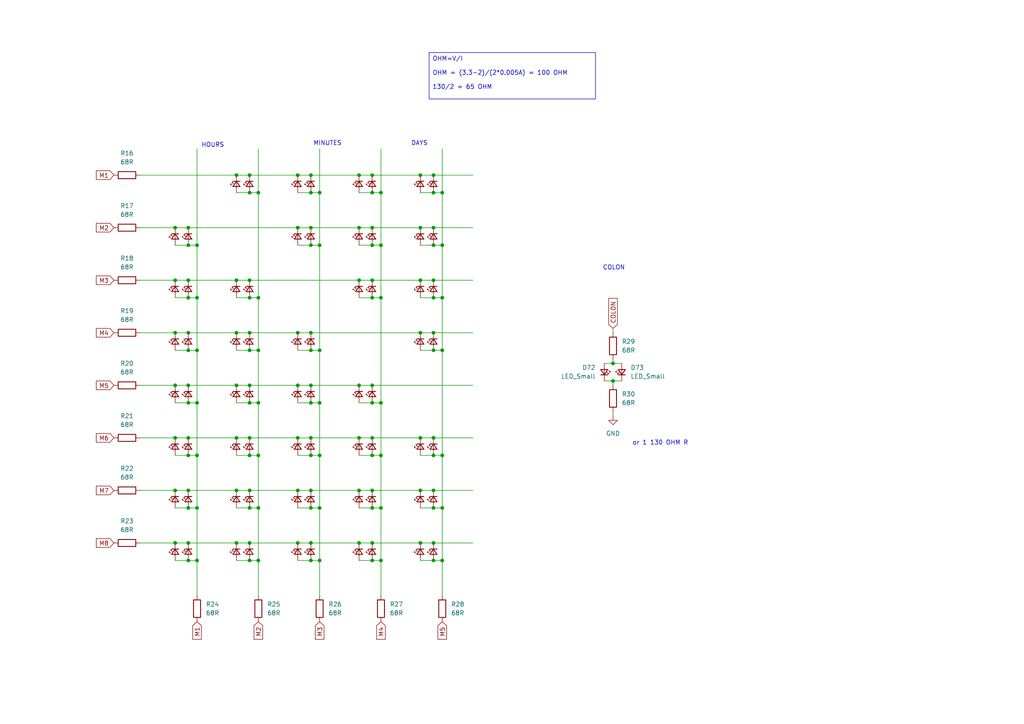
<source format=kicad_sch>
(kicad_sch (version 20231120) (generator "eeschema") (generator_version "8.0")
  (paper "A4")
  (lib_symbols
    (symbol "Device:LED_Small" (pin_numbers hide) (pin_names (offset 0.254) hide)
      (property "Reference" "D" (at -1.27 3.175 0))
      (property "Value" "LED_Small" (at -4.445 -2.54 0))
      (symbol "LED_Small_0_1"
        (polyline (pts (xy -0.762 -1.016) (xy -0.762 1.016)) (stroke (width 0.254)))
        (polyline (pts (xy 1.016 0) (xy -0.762 0)))
        (polyline (pts (xy 0.762 -1.016) (xy -0.762 0) (xy 0.762 1.016) (xy 0.762 -1.016)) (stroke (width 0.254)))
        (polyline (pts (xy 0 0.762) (xy -0.508 1.27) (xy -0.254 1.27) (xy -0.508 1.27) (xy -0.508 1.016)))
        (polyline (pts (xy 0.508 1.27) (xy 0 1.778) (xy 0.254 1.778) (xy 0 1.778) (xy 0 1.524)))
      )
      (symbol "LED_Small_1_1"
        (pin passive line (at -2.54 0 0) (length 1.778) (name "K") (number "1"))
        (pin passive line (at 2.54 0 180) (length 1.778) (name "A") (number "2"))
      )
    )
    (symbol "Device:R" (pin_numbers hide) (pin_names (offset 0))
      (property "Reference" "R" (at 2.032 0 90))
      (property "Value" "R" (at 0 0 90))
      (symbol "R_0_1"
        (rectangle (start -1.016 -2.54) (end 1.016 2.54) (stroke (width 0.254)))
      )
      (symbol "R_1_1"
        (pin passive line (at 0 3.81 270) (length 1.27) (name "~") (number "1"))
        (pin passive line (at 0 -3.81 90) (length 1.27) (name "~") (number "2"))
      )
    )
    (symbol "power:GND" (power) (pin_numbers hide) (pin_names (offset 0) hide)
      (property "Value" "GND" (at 0 -3.81 0))
      (symbol "GND_0_1"
        (polyline (pts (xy 0 0) (xy 0 -1.27) (xy 1.27 -1.27) (xy 0 -2.54) (xy -1.27 -1.27) (xy 0 -1.27)))
      )
      (symbol "GND_1_1"
        (pin power_in line (at 0 0 270) (length 0) (name "~") (number "1"))
      )
    )
  )
  (junction (at 72.39 96.52))
  (junction (at 104.14 157.48))
  (junction (at 121.92 66.04))
  (junction (at 110.49 116.84))
  (junction (at 107.95 116.84))
  (junction (at 90.17 101.6))
  (junction (at 92.71 55.88))
  (junction (at 57.15 147.32))
  (junction (at 57.15 162.56))
  (junction (at 110.49 55.88))
  (junction (at 68.58 127))
  (junction (at 92.71 147.32))
  (junction (at 72.39 86.36))
  (junction (at 107.95 162.56))
  (junction (at 90.17 71.12))
  (junction (at 90.17 116.84))
  (junction (at 72.39 132.08))
  (junction (at 110.49 86.36))
  (junction (at 90.17 142.24))
  (junction (at 90.17 132.08))
  (junction (at 57.15 132.08))
  (junction (at 54.61 81.28))
  (junction (at 107.95 132.08))
  (junction (at 68.58 96.52))
  (junction (at 54.61 127))
  (junction (at 54.61 162.56))
  (junction (at 90.17 162.56))
  (junction (at 125.73 127))
  (junction (at 72.39 50.8))
  (junction (at 50.8 157.48))
  (junction (at 128.27 101.6))
  (junction (at 86.36 142.24))
  (junction (at 72.39 101.6))
  (junction (at 72.39 81.28))
  (junction (at 68.58 111.76))
  (junction (at 72.39 147.32))
  (junction (at 68.58 50.8))
  (junction (at 68.58 142.24))
  (junction (at 128.27 71.12))
  (junction (at 86.36 66.04))
  (junction (at 57.15 71.12))
  (junction (at 72.39 111.76))
  (junction (at 128.27 162.56))
  (junction (at 107.95 66.04))
  (junction (at 104.14 50.8))
  (junction (at 54.61 86.36))
  (junction (at 125.73 101.6))
  (junction (at 72.39 55.88))
  (junction (at 125.73 96.52))
  (junction (at 68.58 81.28))
  (junction (at 107.95 71.12))
  (junction (at 90.17 66.04))
  (junction (at 74.93 86.36))
  (junction (at 54.61 116.84))
  (junction (at 110.49 147.32))
  (junction (at 107.95 142.24))
  (junction (at 72.39 157.48))
  (junction (at 125.73 71.12))
  (junction (at 107.95 50.8))
  (junction (at 90.17 147.32))
  (junction (at 57.15 86.36))
  (junction (at 72.39 162.56))
  (junction (at 177.8 110.49))
  (junction (at 74.93 55.88))
  (junction (at 57.15 116.84))
  (junction (at 54.61 142.24))
  (junction (at 104.14 142.24))
  (junction (at 128.27 86.36))
  (junction (at 90.17 127))
  (junction (at 72.39 142.24))
  (junction (at 125.73 66.04))
  (junction (at 104.14 81.28))
  (junction (at 50.8 127))
  (junction (at 86.36 157.48))
  (junction (at 92.71 116.84))
  (junction (at 92.71 101.6))
  (junction (at 54.61 101.6))
  (junction (at 110.49 162.56))
  (junction (at 90.17 157.48))
  (junction (at 125.73 132.08))
  (junction (at 125.73 157.48))
  (junction (at 125.73 142.24))
  (junction (at 104.14 66.04))
  (junction (at 54.61 147.32))
  (junction (at 125.73 147.32))
  (junction (at 50.8 96.52))
  (junction (at 107.95 157.48))
  (junction (at 92.71 132.08))
  (junction (at 125.73 162.56))
  (junction (at 54.61 111.76))
  (junction (at 121.92 157.48))
  (junction (at 107.95 147.32))
  (junction (at 128.27 147.32))
  (junction (at 50.8 66.04))
  (junction (at 107.95 86.36))
  (junction (at 92.71 162.56))
  (junction (at 54.61 66.04))
  (junction (at 57.15 101.6))
  (junction (at 68.58 157.48))
  (junction (at 54.61 157.48))
  (junction (at 50.8 111.76))
  (junction (at 110.49 132.08))
  (junction (at 54.61 71.12))
  (junction (at 72.39 116.84))
  (junction (at 74.93 147.32))
  (junction (at 74.93 162.56))
  (junction (at 121.92 96.52))
  (junction (at 110.49 71.12))
  (junction (at 121.92 81.28))
  (junction (at 107.95 127))
  (junction (at 107.95 111.76))
  (junction (at 90.17 55.88))
  (junction (at 90.17 111.76))
  (junction (at 121.92 127))
  (junction (at 125.73 55.88))
  (junction (at 74.93 116.84))
  (junction (at 54.61 132.08))
  (junction (at 90.17 50.8))
  (junction (at 50.8 142.24))
  (junction (at 107.95 55.88))
  (junction (at 125.73 50.8))
  (junction (at 86.36 127))
  (junction (at 125.73 81.28))
  (junction (at 86.36 111.76))
  (junction (at 125.73 86.36))
  (junction (at 128.27 55.88))
  (junction (at 177.8 105.41))
  (junction (at 72.39 127))
  (junction (at 86.36 96.52))
  (junction (at 86.36 50.8))
  (junction (at 74.93 101.6))
  (junction (at 121.92 50.8))
  (junction (at 74.93 132.08))
  (junction (at 107.95 81.28))
  (junction (at 104.14 127))
  (junction (at 50.8 81.28))
  (junction (at 92.71 71.12))
  (junction (at 54.61 96.52))
  (junction (at 128.27 132.08))
  (junction (at 90.17 96.52))
  (junction (at 104.14 111.76))
  (junction (at 121.92 142.24))
  (wire (pts (xy 90.17 55.88) (xy 92.71 55.88)))
  (wire (pts (xy 40.64 127) (xy 50.8 127)))
  (wire (pts (xy 74.93 147.32) (xy 74.93 162.56)))
  (wire (pts (xy 72.39 55.88) (xy 74.93 55.88)))
  (wire (pts (xy 104.14 111.76) (xy 107.95 111.76)))
  (wire (pts (xy 125.73 71.12) (xy 128.27 71.12)))
  (wire (pts (xy 177.8 105.41) (xy 180.34 105.41)))
  (wire (pts (xy 90.17 157.48) (xy 104.14 157.48)))
  (wire (pts (xy 121.92 127) (xy 125.73 127)))
  (wire (pts (xy 107.95 116.84) (xy 110.49 116.84)))
  (wire (pts (xy 50.8 101.6) (xy 54.61 101.6)))
  (wire (pts (xy 50.8 162.56) (xy 54.61 162.56)))
  (wire (pts (xy 86.36 142.24) (xy 90.17 142.24)))
  (wire (pts (xy 125.73 66.04) (xy 137.16 66.04)))
  (wire (pts (xy 104.14 86.36) (xy 107.95 86.36)))
  (wire (pts (xy 107.95 71.12) (xy 110.49 71.12)))
  (wire (pts (xy 92.71 147.32) (xy 92.71 162.56)))
  (wire (pts (xy 57.15 162.56) (xy 57.15 172.72)))
  (wire (pts (xy 128.27 162.56) (xy 128.27 172.72)))
  (wire (pts (xy 107.95 50.8) (xy 121.92 50.8)))
  (wire (pts (xy 110.49 55.88) (xy 110.49 71.12)))
  (wire (pts (xy 57.15 101.6) (xy 57.15 116.84)))
  (wire (pts (xy 86.36 132.08) (xy 90.17 132.08)))
  (wire (pts (xy 54.61 142.24) (xy 68.58 142.24)))
  (wire (pts (xy 177.8 95.25) (xy 177.8 96.52)))
  (wire (pts (xy 86.36 96.52) (xy 90.17 96.52)))
  (wire (pts (xy 68.58 81.28) (xy 72.39 81.28)))
  (wire (pts (xy 125.73 81.28) (xy 137.16 81.28)))
  (wire (pts (xy 177.8 110.49) (xy 177.8 111.76)))
  (wire (pts (xy 90.17 162.56) (xy 92.71 162.56)))
  (wire (pts (xy 54.61 132.08) (xy 57.15 132.08)))
  (wire (pts (xy 110.49 86.36) (xy 110.49 116.84)))
  (wire (pts (xy 50.8 157.48) (xy 54.61 157.48)))
  (wire (pts (xy 104.14 147.32) (xy 107.95 147.32)))
  (wire (pts (xy 177.8 110.49) (xy 180.34 110.49)))
  (wire (pts (xy 125.73 50.8) (xy 137.16 50.8)))
  (wire (pts (xy 121.92 55.88) (xy 125.73 55.88)))
  (wire (pts (xy 121.92 71.12) (xy 125.73 71.12)))
  (wire (pts (xy 92.71 132.08) (xy 92.71 147.32)))
  (wire (pts (xy 104.14 142.24) (xy 107.95 142.24)))
  (wire (pts (xy 68.58 50.8) (xy 72.39 50.8)))
  (wire (pts (xy 92.71 162.56) (xy 92.71 172.72)))
  (wire (pts (xy 121.92 142.24) (xy 125.73 142.24)))
  (wire (pts (xy 90.17 142.24) (xy 104.14 142.24)))
  (wire (pts (xy 86.36 66.04) (xy 90.17 66.04)))
  (wire (pts (xy 90.17 127) (xy 104.14 127)))
  (wire (pts (xy 128.27 132.08) (xy 128.27 147.32)))
  (wire (pts (xy 74.93 132.08) (xy 74.93 147.32)))
  (wire (pts (xy 104.14 50.8) (xy 107.95 50.8)))
  (wire (pts (xy 86.36 55.88) (xy 90.17 55.88)))
  (wire (pts (xy 90.17 96.52) (xy 121.92 96.52)))
  (wire (pts (xy 50.8 81.28) (xy 54.61 81.28)))
  (wire (pts (xy 74.93 55.88) (xy 74.93 86.36)))
  (wire (pts (xy 104.14 81.28) (xy 107.95 81.28)))
  (wire (pts (xy 92.71 71.12) (xy 92.71 101.6)))
  (wire (pts (xy 68.58 86.36) (xy 72.39 86.36)))
  (wire (pts (xy 72.39 96.52) (xy 86.36 96.52)))
  (wire (pts (xy 104.14 157.48) (xy 107.95 157.48)))
  (wire (pts (xy 68.58 96.52) (xy 72.39 96.52)))
  (wire (pts (xy 40.64 66.04) (xy 50.8 66.04)))
  (wire (pts (xy 68.58 127) (xy 72.39 127)))
  (wire (pts (xy 125.73 101.6) (xy 128.27 101.6)))
  (wire (pts (xy 50.8 142.24) (xy 54.61 142.24)))
  (wire (pts (xy 72.39 142.24) (xy 86.36 142.24)))
  (wire (pts (xy 125.73 86.36) (xy 128.27 86.36)))
  (wire (pts (xy 86.36 50.8) (xy 90.17 50.8)))
  (wire (pts (xy 104.14 116.84) (xy 107.95 116.84)))
  (wire (pts (xy 86.36 127) (xy 90.17 127)))
  (wire (pts (xy 104.14 127) (xy 107.95 127)))
  (wire (pts (xy 128.27 101.6) (xy 128.27 132.08)))
  (wire (pts (xy 54.61 162.56) (xy 57.15 162.56)))
  (wire (pts (xy 121.92 50.8) (xy 125.73 50.8)))
  (wire (pts (xy 125.73 96.52) (xy 137.16 96.52)))
  (wire (pts (xy 54.61 71.12) (xy 57.15 71.12)))
  (wire (pts (xy 54.61 157.48) (xy 68.58 157.48)))
  (wire (pts (xy 54.61 101.6) (xy 57.15 101.6)))
  (wire (pts (xy 54.61 127) (xy 68.58 127)))
  (wire (pts (xy 110.49 43.18) (xy 110.49 55.88)))
  (wire (pts (xy 54.61 111.76) (xy 68.58 111.76)))
  (wire (pts (xy 107.95 86.36) (xy 110.49 86.36)))
  (wire (pts (xy 125.73 162.56) (xy 128.27 162.56)))
  (wire (pts (xy 121.92 162.56) (xy 125.73 162.56)))
  (wire (pts (xy 92.71 101.6) (xy 92.71 116.84)))
  (wire (pts (xy 121.92 147.32) (xy 125.73 147.32)))
  (wire (pts (xy 177.8 104.14) (xy 177.8 105.41)))
  (wire (pts (xy 86.36 147.32) (xy 90.17 147.32)))
  (wire (pts (xy 121.92 86.36) (xy 125.73 86.36)))
  (wire (pts (xy 92.71 116.84) (xy 92.71 132.08)))
  (wire (pts (xy 72.39 81.28) (xy 104.14 81.28)))
  (wire (pts (xy 90.17 116.84) (xy 92.71 116.84)))
  (wire (pts (xy 86.36 116.84) (xy 90.17 116.84)))
  (wire (pts (xy 107.95 81.28) (xy 121.92 81.28)))
  (wire (pts (xy 177.8 119.38) (xy 177.8 120.65)))
  (wire (pts (xy 40.64 157.48) (xy 50.8 157.48)))
  (wire (pts (xy 72.39 116.84) (xy 74.93 116.84)))
  (wire (pts (xy 107.95 157.48) (xy 121.92 157.48)))
  (wire (pts (xy 107.95 132.08) (xy 110.49 132.08)))
  (wire (pts (xy 128.27 147.32) (xy 128.27 162.56)))
  (wire (pts (xy 57.15 116.84) (xy 57.15 132.08)))
  (wire (pts (xy 54.61 147.32) (xy 57.15 147.32)))
  (wire (pts (xy 50.8 71.12) (xy 54.61 71.12)))
  (wire (pts (xy 50.8 86.36) (xy 54.61 86.36)))
  (wire (pts (xy 72.39 86.36) (xy 74.93 86.36)))
  (wire (pts (xy 40.64 111.76) (xy 50.8 111.76)))
  (wire (pts (xy 107.95 66.04) (xy 121.92 66.04)))
  (wire (pts (xy 50.8 147.32) (xy 54.61 147.32)))
  (wire (pts (xy 121.92 66.04) (xy 125.73 66.04)))
  (wire (pts (xy 90.17 111.76) (xy 104.14 111.76)))
  (wire (pts (xy 68.58 147.32) (xy 72.39 147.32)))
  (wire (pts (xy 90.17 66.04) (xy 104.14 66.04)))
  (wire (pts (xy 72.39 157.48) (xy 86.36 157.48)))
  (wire (pts (xy 72.39 127) (xy 86.36 127)))
  (wire (pts (xy 90.17 101.6) (xy 92.71 101.6)))
  (wire (pts (xy 107.95 162.56) (xy 110.49 162.56)))
  (wire (pts (xy 50.8 111.76) (xy 54.61 111.76)))
  (wire (pts (xy 110.49 162.56) (xy 110.49 172.72)))
  (wire (pts (xy 74.93 116.84) (xy 74.93 132.08)))
  (wire (pts (xy 86.36 157.48) (xy 90.17 157.48)))
  (wire (pts (xy 40.64 50.8) (xy 68.58 50.8)))
  (wire (pts (xy 128.27 43.18) (xy 128.27 55.88)))
  (wire (pts (xy 72.39 162.56) (xy 74.93 162.56)))
  (wire (pts (xy 40.64 81.28) (xy 50.8 81.28)))
  (wire (pts (xy 57.15 86.36) (xy 57.15 101.6)))
  (wire (pts (xy 104.14 66.04) (xy 107.95 66.04)))
  (wire (pts (xy 68.58 157.48) (xy 72.39 157.48)))
  (wire (pts (xy 57.15 147.32) (xy 57.15 162.56)))
  (wire (pts (xy 50.8 66.04) (xy 54.61 66.04)))
  (wire (pts (xy 110.49 147.32) (xy 110.49 162.56)))
  (wire (pts (xy 54.61 86.36) (xy 57.15 86.36)))
  (wire (pts (xy 121.92 81.28) (xy 125.73 81.28)))
  (wire (pts (xy 90.17 71.12) (xy 92.71 71.12)))
  (wire (pts (xy 72.39 147.32) (xy 74.93 147.32)))
  (wire (pts (xy 54.61 81.28) (xy 68.58 81.28)))
  (wire (pts (xy 175.26 105.41) (xy 177.8 105.41)))
  (wire (pts (xy 72.39 132.08) (xy 74.93 132.08)))
  (wire (pts (xy 104.14 71.12) (xy 107.95 71.12)))
  (wire (pts (xy 107.95 147.32) (xy 110.49 147.32)))
  (wire (pts (xy 57.15 43.18) (xy 57.15 71.12)))
  (wire (pts (xy 40.64 96.52) (xy 50.8 96.52)))
  (wire (pts (xy 86.36 111.76) (xy 90.17 111.76)))
  (wire (pts (xy 68.58 101.6) (xy 72.39 101.6)))
  (wire (pts (xy 54.61 96.52) (xy 68.58 96.52)))
  (wire (pts (xy 90.17 147.32) (xy 92.71 147.32)))
  (wire (pts (xy 107.95 111.76) (xy 137.16 111.76)))
  (wire (pts (xy 125.73 147.32) (xy 128.27 147.32)))
  (wire (pts (xy 128.27 86.36) (xy 128.27 101.6)))
  (wire (pts (xy 57.15 71.12) (xy 57.15 86.36)))
  (wire (pts (xy 86.36 71.12) (xy 90.17 71.12)))
  (wire (pts (xy 50.8 96.52) (xy 54.61 96.52)))
  (wire (pts (xy 50.8 127) (xy 54.61 127)))
  (wire (pts (xy 104.14 162.56) (xy 107.95 162.56)))
  (wire (pts (xy 72.39 101.6) (xy 74.93 101.6)))
  (wire (pts (xy 110.49 71.12) (xy 110.49 86.36)))
  (wire (pts (xy 92.71 43.18) (xy 92.71 55.88)))
  (wire (pts (xy 110.49 132.08) (xy 110.49 147.32)))
  (wire (pts (xy 125.73 157.48) (xy 137.16 157.48)))
  (wire (pts (xy 125.73 132.08) (xy 128.27 132.08)))
  (wire (pts (xy 74.93 162.56) (xy 74.93 172.72)))
  (wire (pts (xy 104.14 132.08) (xy 107.95 132.08)))
  (wire (pts (xy 128.27 71.12) (xy 128.27 86.36)))
  (wire (pts (xy 72.39 111.76) (xy 86.36 111.76)))
  (wire (pts (xy 121.92 132.08) (xy 125.73 132.08)))
  (wire (pts (xy 57.15 132.08) (xy 57.15 147.32)))
  (wire (pts (xy 125.73 127) (xy 137.16 127)))
  (wire (pts (xy 107.95 142.24) (xy 121.92 142.24)))
  (wire (pts (xy 121.92 157.48) (xy 125.73 157.48)))
  (wire (pts (xy 54.61 66.04) (xy 86.36 66.04)))
  (wire (pts (xy 86.36 162.56) (xy 90.17 162.56)))
  (wire (pts (xy 90.17 50.8) (xy 104.14 50.8)))
  (wire (pts (xy 74.93 43.18) (xy 74.93 55.88)))
  (wire (pts (xy 125.73 142.24) (xy 137.16 142.24)))
  (wire (pts (xy 121.92 96.52) (xy 125.73 96.52)))
  (wire (pts (xy 92.71 55.88) (xy 92.71 71.12)))
  (wire (pts (xy 104.14 55.88) (xy 107.95 55.88)))
  (wire (pts (xy 50.8 132.08) (xy 54.61 132.08)))
  (wire (pts (xy 68.58 142.24) (xy 72.39 142.24)))
  (wire (pts (xy 68.58 116.84) (xy 72.39 116.84)))
  (wire (pts (xy 175.26 110.49) (xy 177.8 110.49)))
  (wire (pts (xy 50.8 116.84) (xy 54.61 116.84)))
  (wire (pts (xy 40.64 142.24) (xy 50.8 142.24)))
  (wire (pts (xy 74.93 86.36) (xy 74.93 101.6)))
  (wire (pts (xy 72.39 50.8) (xy 86.36 50.8)))
  (wire (pts (xy 68.58 132.08) (xy 72.39 132.08)))
  (wire (pts (xy 128.27 55.88) (xy 128.27 71.12)))
  (wire (pts (xy 68.58 55.88) (xy 72.39 55.88)))
  (wire (pts (xy 68.58 162.56) (xy 72.39 162.56)))
  (wire (pts (xy 121.92 101.6) (xy 125.73 101.6)))
  (wire (pts (xy 107.95 127) (xy 121.92 127)))
  (wire (pts (xy 125.73 55.88) (xy 128.27 55.88)))
  (wire (pts (xy 86.36 101.6) (xy 90.17 101.6)))
  (wire (pts (xy 54.61 116.84) (xy 57.15 116.84)))
  (wire (pts (xy 107.95 55.88) (xy 110.49 55.88)))
  (wire (pts (xy 74.93 101.6) (xy 74.93 116.84)))
  (wire (pts (xy 90.17 132.08) (xy 92.71 132.08)))
  (wire (pts (xy 110.49 116.84) (xy 110.49 132.08)))
  (wire (pts (xy 68.58 111.76) (xy 72.39 111.76)))
  (text_box "OHM=V/I\n\nOHM = (3.3-2)/(2*0.005A) = 100 OHM\n\n130/2 = 65 OHM" (at 124.46 15.24 0) (size 48.26 13.462) (effects (font (size 1.27 1.27)) (justify left top)))
  (text "HOURS\n" (at 61.722 42.164 0) (effects (font (size 1.27 1.27))))
  (text "MINUTES" (at 94.996 41.656 0) (effects (font (size 1.27 1.27))))
  (text "DAYS" (at 121.666 41.656 0) (effects (font (size 1.27 1.27))))
  (text "COLON\n" (at 178.054 77.724 0) (effects (font (size 1.27 1.27))))
  (text "or 1 130 OHM R\n" (at 191.516 128.524 0) (effects (font (size 1.27 1.27))))
  (global_label "COLON" (shape input) (at 177.8 95.25 90) (property "Intersheetrefs" "${INTERSHEET_REFS}" (effects (hide yes))))
  (global_label "M6" (shape input) (at 33.02 127 180) (property "Intersheetrefs" "${INTERSHEET_REFS}" (effects (hide yes))))
  (global_label "M4" (shape input) (at 110.49 180.34 270) (property "Intersheetrefs" "${INTERSHEET_REFS}" (effects (hide yes))))
  (global_label "M5" (shape input) (at 128.27 180.34 270) (property "Intersheetrefs" "${INTERSHEET_REFS}" (effects (hide yes))))
  (global_label "M4" (shape input) (at 33.02 96.52 180) (property "Intersheetrefs" "${INTERSHEET_REFS}" (effects (hide yes))))
  (global_label "M5" (shape input) (at 33.02 111.76 180) (property "Intersheetrefs" "${INTERSHEET_REFS}" (effects (hide yes))))
  (global_label "M7" (shape input) (at 33.02 142.24 180) (property "Intersheetrefs" "${INTERSHEET_REFS}" (effects (hide yes))))
  (global_label "M2" (shape input) (at 33.02 66.04 180) (property "Intersheetrefs" "${INTERSHEET_REFS}" (effects (hide yes))))
  (global_label "M3" (shape input) (at 92.71 180.34 270) (property "Intersheetrefs" "${INTERSHEET_REFS}" (effects (hide yes))))
  (global_label "M1" (shape input) (at 57.15 180.34 270) (property "Intersheetrefs" "${INTERSHEET_REFS}" (effects (hide yes))))
  (global_label "M3" (shape input) (at 33.02 81.28 180) (property "Intersheetrefs" "${INTERSHEET_REFS}" (effects (hide yes))))
  (global_label "M1" (shape input) (at 33.02 50.8 180) (property "Intersheetrefs" "${INTERSHEET_REFS}" (effects (hide yes))))
  (global_label "M8" (shape input) (at 33.02 157.48 180) (property "Intersheetrefs" "${INTERSHEET_REFS}" (effects (hide yes))))
  (global_label "M2" (shape input) (at 74.93 180.34 270) (property "Intersheetrefs" "${INTERSHEET_REFS}" (effects (hide yes))))
  (symbol (lib_id "Device:LED_Small") (at 86.36 53.34 90) (mirror x) (unit 1)
    (property "Reference" "D30" (effects (hide yes)))
    (property "Value" "LED_Small" (effects (hide yes)))
    (property "Footprint" "LED_SMD:LED_0603_1608Metric_Pad1.05x0.95mm_HandSolder" (effects (hide yes)))
    (property "Description" "Light emitting diode, small symbol" (effects (hide yes)))
  )
  (symbol (lib_id "Device:R") (at 92.71 176.53 180) (unit 1)
    (property "Reference" "R26" (at 95.25 175.2599 0) (effects (justify right)))
    (property "Value" "68R" (at 95.25 177.7999 0) (effects (justify right)))
    (property "Footprint" "Resistor_SMD:R_0402_1005Metric_Pad0.72x0.64mm_HandSolder" (effects (hide yes)))
    (property "Description" "Resistor" (effects (hide yes)))
  )
  (symbol (lib_id "Device:R") (at 128.27 176.53 180) (unit 1)
    (property "Reference" "R28" (at 130.81 175.2599 0) (effects (justify right)))
    (property "Value" "68R" (at 130.81 177.7999 0) (effects (justify right)))
    (property "Footprint" "Resistor_SMD:R_0402_1005Metric_Pad0.72x0.64mm_HandSolder" (effects (hide yes)))
    (property "Description" "Resistor" (effects (hide yes)))
  )
  (symbol (lib_id "Device:R") (at 110.49 176.53 180) (unit 1)
    (property "Reference" "R27" (at 113.03 175.2599 0) (effects (justify right)))
    (property "Value" "68R" (at 113.03 177.7999 0) (effects (justify right)))
    (property "Footprint" "Resistor_SMD:R_0402_1005Metric_Pad0.72x0.64mm_HandSolder" (effects (hide yes)))
    (property "Description" "Resistor" (effects (hide yes)))
  )
  (symbol (lib_id "Device:LED_Small") (at 90.17 99.06 90) (mirror x) (unit 1)
    (property "Reference" "D39" (effects (hide yes)))
    (property "Value" "LED_Small" (effects (hide yes)))
    (property "Footprint" "LED_SMD:LED_0603_1608Metric_Pad1.05x0.95mm_HandSolder" (effects (hide yes)))
    (property "Description" "Light emitting diode, small symbol" (effects (hide yes)))
  )
  (symbol (lib_id "Device:LED_Small") (at 121.92 129.54 90) (mirror x) (unit 1)
    (property "Reference" "D62" (effects (hide yes)))
    (property "Value" "LED_Small" (effects (hide yes)))
    (property "Footprint" "LED_SMD:LED_0603_1608Metric_Pad1.05x0.95mm_HandSolder" (effects (hide yes)))
    (property "Description" "Light emitting diode, small symbol" (effects (hide yes)))
  )
  (symbol (lib_id "Device:LED_Small") (at 50.8 83.82 90) (mirror x) (unit 1)
    (property "Reference" "D3" (effects (hide yes)))
    (property "Value" "LED_Small" (effects (hide yes)))
    (property "Footprint" "LED_SMD:LED_0603_1608Metric_Pad1.05x0.95mm_HandSolder" (effects (hide yes)))
    (property "Description" "Light emitting diode, small symbol" (effects (hide yes)))
  )
  (symbol (lib_id "Device:LED_Small") (at 54.61 99.06 90) (mirror x) (unit 1)
    (property "Reference" "D11" (effects (hide yes)))
    (property "Value" "LED_Small" (effects (hide yes)))
    (property "Footprint" "LED_SMD:LED_0603_1608Metric_Pad1.05x0.95mm_HandSolder" (effects (hide yes)))
    (property "Description" "Light emitting diode, small symbol" (effects (hide yes)))
  )
  (symbol (lib_id "Device:LED_Small") (at 68.58 144.78 90) (mirror x) (unit 1)
    (property "Reference" "D21" (effects (hide yes)))
    (property "Value" "LED_Small" (effects (hide yes)))
    (property "Footprint" "LED_SMD:LED_0603_1608Metric_Pad1.05x0.95mm_HandSolder" (effects (hide yes)))
    (property "Description" "Light emitting diode, small symbol" (effects (hide yes)))
  )
  (symbol (lib_id "Device:R") (at 36.83 111.76 90) (unit 1)
    (property "Reference" "R20" (at 36.83 105.41 90))
    (property "Value" "68R" (at 36.83 107.95 90))
    (property "Footprint" "Resistor_SMD:R_0402_1005Metric_Pad0.72x0.64mm_HandSolder" (effects (hide yes)))
    (property "Description" "Resistor" (effects (hide yes)))
  )
  (symbol (lib_id "Device:R") (at 36.83 96.52 90) (unit 1)
    (property "Reference" "R19" (at 36.83 90.17 90))
    (property "Value" "68R" (at 36.83 92.71 90))
    (property "Footprint" "Resistor_SMD:R_0402_1005Metric_Pad0.72x0.64mm_HandSolder" (effects (hide yes)))
    (property "Description" "Resistor" (effects (hide yes)))
  )
  (symbol (lib_id "Device:LED_Small") (at 50.8 129.54 90) (mirror x) (unit 1)
    (property "Reference" "D6" (effects (hide yes)))
    (property "Value" "LED_Small" (effects (hide yes)))
    (property "Footprint" "LED_SMD:LED_0603_1608Metric_Pad1.05x0.95mm_HandSolder" (effects (hide yes)))
    (property "Description" "Light emitting diode, small symbol" (effects (hide yes)))
  )
  (symbol (lib_id "Device:LED_Small") (at 90.17 129.54 90) (mirror x) (unit 1)
    (property "Reference" "D41" (effects (hide yes)))
    (property "Value" "LED_Small" (effects (hide yes)))
    (property "Footprint" "LED_SMD:LED_0603_1608Metric_Pad1.05x0.95mm_HandSolder" (effects (hide yes)))
    (property "Description" "Light emitting diode, small symbol" (effects (hide yes)))
  )
  (symbol (lib_id "Device:LED_Small") (at 107.95 114.3 90) (mirror x) (unit 1)
    (property "Reference" "D54" (effects (hide yes)))
    (property "Value" "LED_Small" (effects (hide yes)))
    (property "Footprint" "LED_SMD:LED_0603_1608Metric_Pad1.05x0.95mm_HandSolder" (effects (hide yes)))
    (property "Description" "Light emitting diode, small symbol" (effects (hide yes)))
  )
  (symbol (lib_id "Device:LED_Small") (at 121.92 53.34 90) (mirror x) (unit 1)
    (property "Reference" "D58" (effects (hide yes)))
    (property "Value" "LED_Small" (effects (hide yes)))
    (property "Footprint" "LED_SMD:LED_0603_1608Metric_Pad1.05x0.95mm_HandSolder" (effects (hide yes)))
    (property "Description" "Light emitting diode, small symbol" (effects (hide yes)))
  )
  (symbol (lib_id "Device:LED_Small") (at 86.36 99.06 90) (mirror x) (unit 1)
    (property "Reference" "D32" (effects (hide yes)))
    (property "Value" "LED_Small" (effects (hide yes)))
    (property "Footprint" "LED_SMD:LED_0603_1608Metric_Pad1.05x0.95mm_HandSolder" (effects (hide yes)))
    (property "Description" "Light emitting diode, small symbol" (effects (hide yes)))
  )
  (symbol (lib_id "Device:LED_Small") (at 50.8 99.06 90) (mirror x) (unit 1)
    (property "Reference" "D4" (effects (hide yes)))
    (property "Value" "LED_Small" (effects (hide yes)))
    (property "Footprint" "LED_SMD:LED_0603_1608Metric_Pad1.05x0.95mm_HandSolder" (effects (hide yes)))
    (property "Description" "Light emitting diode, small symbol" (effects (hide yes)))
  )
  (symbol (lib_id "Device:LED_Small") (at 54.61 160.02 90) (mirror x) (unit 1)
    (property "Reference" "D15" (effects (hide yes)))
    (property "Value" "LED_Small" (effects (hide yes)))
    (property "Footprint" "LED_SMD:LED_0603_1608Metric_Pad1.05x0.95mm_HandSolder" (effects (hide yes)))
    (property "Description" "Light emitting diode, small symbol" (effects (hide yes)))
  )
  (symbol (lib_id "Device:LED_Small") (at 125.73 129.54 90) (mirror x) (unit 1)
    (property "Reference" "D69" (effects (hide yes)))
    (property "Value" "LED_Small" (effects (hide yes)))
    (property "Footprint" "LED_SMD:LED_0603_1608Metric_Pad1.05x0.95mm_HandSolder" (effects (hide yes)))
    (property "Description" "Light emitting diode, small symbol" (effects (hide yes)))
  )
  (symbol (lib_id "Device:LED_Small") (at 86.36 68.58 90) (mirror x) (unit 1)
    (property "Reference" "D31" (effects (hide yes)))
    (property "Value" "LED_Small" (effects (hide yes)))
    (property "Footprint" "LED_SMD:LED_0603_1608Metric_Pad1.05x0.95mm_HandSolder" (effects (hide yes)))
    (property "Description" "Light emitting diode, small symbol" (effects (hide yes)))
  )
  (symbol (lib_id "Device:LED_Small") (at 104.14 129.54 90) (mirror x) (unit 1)
    (property "Reference" "D48" (effects (hide yes)))
    (property "Value" "LED_Small" (effects (hide yes)))
    (property "Footprint" "LED_SMD:LED_0603_1608Metric_Pad1.05x0.95mm_HandSolder" (effects (hide yes)))
    (property "Description" "Light emitting diode, small symbol" (effects (hide yes)))
  )
  (symbol (lib_id "Device:LED_Small") (at 72.39 144.78 90) (mirror x) (unit 1)
    (property "Reference" "D28" (effects (hide yes)))
    (property "Value" "LED_Small" (effects (hide yes)))
    (property "Footprint" "LED_SMD:LED_0603_1608Metric_Pad1.05x0.95mm_HandSolder" (effects (hide yes)))
    (property "Description" "Light emitting diode, small symbol" (effects (hide yes)))
  )
  (symbol (lib_id "Device:LED_Small") (at 50.8 144.78 90) (mirror x) (unit 1)
    (property "Reference" "D7" (effects (hide yes)))
    (property "Value" "LED_Small" (effects (hide yes)))
    (property "Footprint" "LED_SMD:LED_0603_1608Metric_Pad1.05x0.95mm_HandSolder" (effects (hide yes)))
    (property "Description" "Light emitting diode, small symbol" (effects (hide yes)))
  )
  (symbol (lib_id "Device:LED_Small") (at 104.14 53.34 90) (mirror x) (unit 1)
    (property "Reference" "D44" (effects (hide yes)))
    (property "Value" "LED_Small" (effects (hide yes)))
    (property "Footprint" "LED_SMD:LED_0603_1608Metric_Pad1.05x0.95mm_HandSolder" (effects (hide yes)))
    (property "Description" "Light emitting diode, small symbol" (effects (hide yes)))
  )
  (symbol (lib_id "Device:LED_Small") (at 90.17 114.3 90) (mirror x) (unit 1)
    (property "Reference" "D40" (effects (hide yes)))
    (property "Value" "LED_Small" (effects (hide yes)))
    (property "Footprint" "LED_SMD:LED_0603_1608Metric_Pad1.05x0.95mm_HandSolder" (effects (hide yes)))
    (property "Description" "Light emitting diode, small symbol" (effects (hide yes)))
  )
  (symbol (lib_id "Device:R") (at 177.8 115.57 180) (unit 1)
    (property "Reference" "R30" (at 180.34 114.2999 0) (effects (justify right)))
    (property "Value" "68R" (at 180.34 116.8399 0) (effects (justify right)))
    (property "Footprint" "Resistor_SMD:R_0402_1005Metric_Pad0.72x0.64mm_HandSolder" (effects (hide yes)))
    (property "Description" "Resistor" (effects (hide yes)))
  )
  (symbol (lib_id "Device:LED_Small") (at 90.17 53.34 90) (mirror x) (unit 1)
    (property "Reference" "D37" (effects (hide yes)))
    (property "Value" "LED_Small" (effects (hide yes)))
    (property "Footprint" "LED_SMD:LED_0603_1608Metric_Pad1.05x0.95mm_HandSolder" (effects (hide yes)))
    (property "Description" "Light emitting diode, small symbol" (effects (hide yes)))
  )
  (symbol (lib_id "Device:LED_Small") (at 90.17 144.78 90) (mirror x) (unit 1)
    (property "Reference" "D42" (effects (hide yes)))
    (property "Value" "LED_Small" (effects (hide yes)))
    (property "Footprint" "LED_SMD:LED_0603_1608Metric_Pad1.05x0.95mm_HandSolder" (effects (hide yes)))
    (property "Description" "Light emitting diode, small symbol" (effects (hide yes)))
  )
  (symbol (lib_id "Device:LED_Small") (at 72.39 99.06 90) (mirror x) (unit 1)
    (property "Reference" "D25" (effects (hide yes)))
    (property "Value" "LED_Small" (effects (hide yes)))
    (property "Footprint" "LED_SMD:LED_0603_1608Metric_Pad1.05x0.95mm_HandSolder" (effects (hide yes)))
    (property "Description" "Light emitting diode, small symbol" (effects (hide yes)))
  )
  (symbol (lib_id "Device:LED_Small") (at 86.36 160.02 90) (mirror x) (unit 1)
    (property "Reference" "D36" (effects (hide yes)))
    (property "Value" "LED_Small" (effects (hide yes)))
    (property "Footprint" "LED_SMD:LED_0603_1608Metric_Pad1.05x0.95mm_HandSolder" (effects (hide yes)))
    (property "Description" "Light emitting diode, small symbol" (effects (hide yes)))
  )
  (symbol (lib_id "Device:LED_Small") (at 54.61 68.58 90) (mirror x) (unit 1)
    (property "Reference" "D9" (effects (hide yes)))
    (property "Value" "LED_Small" (effects (hide yes)))
    (property "Footprint" "LED_SMD:LED_0603_1608Metric_Pad1.05x0.95mm_HandSolder" (effects (hide yes)))
    (property "Description" "Light emitting diode, small symbol" (effects (hide yes)))
  )
  (symbol (lib_id "Device:LED_Small") (at 50.8 114.3 90) (mirror x) (unit 1)
    (property "Reference" "D5" (effects (hide yes)))
    (property "Value" "LED_Small" (effects (hide yes)))
    (property "Footprint" "LED_SMD:LED_0603_1608Metric_Pad1.05x0.95mm_HandSolder" (effects (hide yes)))
    (property "Description" "Light emitting diode, small symbol" (effects (hide yes)))
  )
  (symbol (lib_id "Device:LED_Small") (at 90.17 68.58 90) (mirror x) (unit 1)
    (property "Reference" "D38" (effects (hide yes)))
    (property "Value" "LED_Small" (effects (hide yes)))
    (property "Footprint" "LED_SMD:LED_0603_1608Metric_Pad1.05x0.95mm_HandSolder" (effects (hide yes)))
    (property "Description" "Light emitting diode, small symbol" (effects (hide yes)))
  )
  (symbol (lib_id "Device:LED_Small") (at 54.61 83.82 90) (mirror x) (unit 1)
    (property "Reference" "D10" (effects (hide yes)))
    (property "Value" "LED_Small" (effects (hide yes)))
    (property "Footprint" "LED_SMD:LED_0603_1608Metric_Pad1.05x0.95mm_HandSolder" (effects (hide yes)))
    (property "Description" "Light emitting diode, small symbol" (effects (hide yes)))
  )
  (symbol (lib_id "Device:LED_Small") (at 180.34 107.95 90) (unit 1)
    (property "Reference" "D73" (at 182.88 106.6164 90) (effects (justify right)))
    (property "Value" "LED_Small" (at 182.88 109.1564 90) (effects (justify right)))
    (property "Footprint" "LED_SMD:LED_0603_1608Metric_Pad1.05x0.95mm_HandSolder" (effects (hide yes)))
    (property "Description" "Light emitting diode, small symbol" (effects (hide yes)))
  )
  (symbol (lib_id "Device:LED_Small") (at 68.58 114.3 90) (mirror x) (unit 1)
    (property "Reference" "D19" (effects (hide yes)))
    (property "Value" "LED_Small" (effects (hide yes)))
    (property "Footprint" "LED_SMD:LED_0603_1608Metric_Pad1.05x0.95mm_HandSolder" (effects (hide yes)))
    (property "Description" "Light emitting diode, small symbol" (effects (hide yes)))
  )
  (symbol (lib_id "Device:LED_Small") (at 121.92 160.02 90) (mirror x) (unit 1)
    (property "Reference" "D64" (effects (hide yes)))
    (property "Value" "LED_Small" (effects (hide yes)))
    (property "Footprint" "LED_SMD:LED_0603_1608Metric_Pad1.05x0.95mm_HandSolder" (effects (hide yes)))
    (property "Description" "Light emitting diode, small symbol" (effects (hide yes)))
  )
  (symbol (lib_id "Device:LED_Small") (at 125.73 160.02 90) (mirror x) (unit 1)
    (property "Reference" "D71" (effects (hide yes)))
    (property "Value" "LED_Small" (effects (hide yes)))
    (property "Footprint" "LED_SMD:LED_0603_1608Metric_Pad1.05x0.95mm_HandSolder" (effects (hide yes)))
    (property "Description" "Light emitting diode, small symbol" (effects (hide yes)))
  )
  (symbol (lib_id "Device:LED_Small") (at 107.95 68.58 90) (mirror x) (unit 1)
    (property "Reference" "D52" (effects (hide yes)))
    (property "Value" "LED_Small" (effects (hide yes)))
    (property "Footprint" "LED_SMD:LED_0603_1608Metric_Pad1.05x0.95mm_HandSolder" (effects (hide yes)))
    (property "Description" "Light emitting diode, small symbol" (effects (hide yes)))
  )
  (symbol (lib_id "Device:R") (at 177.8 100.33 180) (unit 1)
    (property "Reference" "R29" (at 180.34 99.0599 0) (effects (justify right)))
    (property "Value" "68R" (at 180.34 101.5999 0) (effects (justify right)))
    (property "Footprint" "Resistor_SMD:R_0402_1005Metric_Pad0.72x0.64mm_HandSolder" (effects (hide yes)))
    (property "Description" "Resistor" (effects (hide yes)))
  )
  (symbol (lib_id "Device:LED_Small") (at 86.36 129.54 90) (mirror x) (unit 1)
    (property "Reference" "D34" (effects (hide yes)))
    (property "Value" "LED_Small" (effects (hide yes)))
    (property "Footprint" "LED_SMD:LED_0603_1608Metric_Pad1.05x0.95mm_HandSolder" (effects (hide yes)))
    (property "Description" "Light emitting diode, small symbol" (effects (hide yes)))
  )
  (symbol (lib_id "Device:LED_Small") (at 68.58 129.54 90) (mirror x) (unit 1)
    (property "Reference" "D20" (effects (hide yes)))
    (property "Value" "LED_Small" (effects (hide yes)))
    (property "Footprint" "LED_SMD:LED_0603_1608Metric_Pad1.05x0.95mm_HandSolder" (effects (hide yes)))
    (property "Description" "Light emitting diode, small symbol" (effects (hide yes)))
  )
  (symbol (lib_id "Device:LED_Small") (at 68.58 160.02 90) (mirror x) (unit 1)
    (property "Reference" "D22" (effects (hide yes)))
    (property "Value" "LED_Small" (effects (hide yes)))
    (property "Footprint" "LED_SMD:LED_0603_1608Metric_Pad1.05x0.95mm_HandSolder" (effects (hide yes)))
    (property "Description" "Light emitting diode, small symbol" (effects (hide yes)))
  )
  (symbol (lib_id "Device:LED_Small") (at 90.17 160.02 90) (mirror x) (unit 1)
    (property "Reference" "D43" (effects (hide yes)))
    (property "Value" "LED_Small" (effects (hide yes)))
    (property "Footprint" "LED_SMD:LED_0603_1608Metric_Pad1.05x0.95mm_HandSolder" (effects (hide yes)))
    (property "Description" "Light emitting diode, small symbol" (effects (hide yes)))
  )
  (symbol (lib_id "Device:LED_Small") (at 107.95 53.34 90) (mirror x) (unit 1)
    (property "Reference" "D51" (effects (hide yes)))
    (property "Value" "LED_Small" (effects (hide yes)))
    (property "Footprint" "LED_SMD:LED_0603_1608Metric_Pad1.05x0.95mm_HandSolder" (effects (hide yes)))
    (property "Description" "Light emitting diode, small symbol" (effects (hide yes)))
  )
  (symbol (lib_id "Device:LED_Small") (at 104.14 160.02 90) (mirror x) (unit 1)
    (property "Reference" "D50" (effects (hide yes)))
    (property "Value" "LED_Small" (effects (hide yes)))
    (property "Footprint" "LED_SMD:LED_0603_1608Metric_Pad1.05x0.95mm_HandSolder" (effects (hide yes)))
    (property "Description" "Light emitting diode, small symbol" (effects (hide yes)))
  )
  (symbol (lib_id "Device:LED_Small") (at 104.14 68.58 90) (mirror x) (unit 1)
    (property "Reference" "D45" (effects (hide yes)))
    (property "Value" "LED_Small" (effects (hide yes)))
    (property "Footprint" "LED_SMD:LED_0603_1608Metric_Pad1.05x0.95mm_HandSolder" (effects (hide yes)))
    (property "Description" "Light emitting diode, small symbol" (effects (hide yes)))
  )
  (symbol (lib_id "Device:R") (at 57.15 176.53 180) (unit 1)
    (property "Reference" "R24" (at 59.69 175.2599 0) (effects (justify right)))
    (property "Value" "68R" (at 59.69 177.7999 0) (effects (justify right)))
    (property "Footprint" "Resistor_SMD:R_0402_1005Metric_Pad0.72x0.64mm_HandSolder" (effects (hide yes)))
    (property "Description" "Resistor" (effects (hide yes)))
  )
  (symbol (lib_id "Device:LED_Small") (at 107.95 160.02 90) (mirror x) (unit 1)
    (property "Reference" "D57" (effects (hide yes)))
    (property "Value" "LED_Small" (effects (hide yes)))
    (property "Footprint" "LED_SMD:LED_0603_1608Metric_Pad1.05x0.95mm_HandSolder" (effects (hide yes)))
    (property "Description" "Light emitting diode, small symbol" (effects (hide yes)))
  )
  (symbol (lib_id "Device:LED_Small") (at 104.14 144.78 90) (mirror x) (unit 1)
    (property "Reference" "D49" (effects (hide yes)))
    (property "Value" "LED_Small" (effects (hide yes)))
    (property "Footprint" "LED_SMD:LED_0603_1608Metric_Pad1.05x0.95mm_HandSolder" (effects (hide yes)))
    (property "Description" "Light emitting diode, small symbol" (effects (hide yes)))
  )
  (symbol (lib_id "Device:LED_Small") (at 68.58 83.82 90) (mirror x) (unit 1)
    (property "Reference" "D17" (effects (hide yes)))
    (property "Value" "LED_Small" (effects (hide yes)))
    (property "Footprint" "LED_SMD:LED_0603_1608Metric_Pad1.05x0.95mm_HandSolder" (effects (hide yes)))
    (property "Description" "Light emitting diode, small symbol" (effects (hide yes)))
  )
  (symbol (lib_id "Device:R") (at 36.83 50.8 90) (unit 1)
    (property "Reference" "R16" (at 36.83 44.45 90))
    (property "Value" "68R" (at 36.83 46.99 90))
    (property "Footprint" "Resistor_SMD:R_0402_1005Metric_Pad0.72x0.64mm_HandSolder" (effects (hide yes)))
    (property "Description" "Resistor" (effects (hide yes)))
  )
  (symbol (lib_id "Device:R") (at 36.83 81.28 90) (unit 1)
    (property "Reference" "R18" (at 36.83 74.93 90))
    (property "Value" "68R" (at 36.83 77.47 90))
    (property "Footprint" "Resistor_SMD:R_0402_1005Metric_Pad0.72x0.64mm_HandSolder" (effects (hide yes)))
    (property "Description" "Resistor" (effects (hide yes)))
  )
  (symbol (lib_id "Device:R") (at 36.83 127 90) (unit 1)
    (property "Reference" "R21" (at 36.83 120.65 90))
    (property "Value" "68R" (at 36.83 123.19 90))
    (property "Footprint" "Resistor_SMD:R_0402_1005Metric_Pad0.72x0.64mm_HandSolder" (effects (hide yes)))
    (property "Description" "Resistor" (effects (hide yes)))
  )
  (symbol (lib_id "Device:R") (at 36.83 157.48 90) (unit 1)
    (property "Reference" "R23" (at 36.83 151.13 90))
    (property "Value" "68R" (at 36.83 153.67 90))
    (property "Footprint" "Resistor_SMD:R_0402_1005Metric_Pad0.72x0.64mm_HandSolder" (effects (hide yes)))
    (property "Description" "Resistor" (effects (hide yes)))
  )
  (symbol (lib_id "Device:LED_Small") (at 121.92 99.06 90) (mirror x) (unit 1)
    (property "Reference" "D61" (effects (hide yes)))
    (property "Value" "LED_Small" (effects (hide yes)))
    (property "Footprint" "LED_SMD:LED_0603_1608Metric_Pad1.05x0.95mm_HandSolder" (effects (hide yes)))
    (property "Description" "Light emitting diode, small symbol" (effects (hide yes)))
  )
  (symbol (lib_id "Device:LED_Small") (at 54.61 144.78 90) (mirror x) (unit 1)
    (property "Reference" "D14" (effects (hide yes)))
    (property "Value" "LED_Small" (effects (hide yes)))
    (property "Footprint" "LED_SMD:LED_0603_1608Metric_Pad1.05x0.95mm_HandSolder" (effects (hide yes)))
    (property "Description" "Light emitting diode, small symbol" (effects (hide yes)))
  )
  (symbol (lib_id "Device:LED_Small") (at 72.39 83.82 90) (mirror x) (unit 1)
    (property "Reference" "D24" (effects (hide yes)))
    (property "Value" "LED_Small" (effects (hide yes)))
    (property "Footprint" "LED_SMD:LED_0603_1608Metric_Pad1.05x0.95mm_HandSolder" (effects (hide yes)))
    (property "Description" "Light emitting diode, small symbol" (effects (hide yes)))
  )
  (symbol (lib_id "Device:LED_Small") (at 121.92 144.78 90) (mirror x) (unit 1)
    (property "Reference" "D63" (effects (hide yes)))
    (property "Value" "LED_Small" (effects (hide yes)))
    (property "Footprint" "LED_SMD:LED_0603_1608Metric_Pad1.05x0.95mm_HandSolder" (effects (hide yes)))
    (property "Description" "Light emitting diode, small symbol" (effects (hide yes)))
  )
  (symbol (lib_id "Device:R") (at 36.83 66.04 90) (unit 1)
    (property "Reference" "R17" (at 36.83 59.69 90))
    (property "Value" "68R" (at 36.83 62.23 90))
    (property "Footprint" "Resistor_SMD:R_0402_1005Metric_Pad0.72x0.64mm_HandSolder" (effects (hide yes)))
    (property "Description" "Resistor" (effects (hide yes)))
  )
  (symbol (lib_id "Device:LED_Small") (at 125.73 68.58 90) (mirror x) (unit 1)
    (property "Reference" "D66" (effects (hide yes)))
    (property "Value" "LED_Small" (effects (hide yes)))
    (property "Footprint" "LED_SMD:LED_0603_1608Metric_Pad1.05x0.95mm_HandSolder" (effects (hide yes)))
    (property "Description" "Light emitting diode, small symbol" (effects (hide yes)))
  )
  (symbol (lib_id "Device:LED_Small") (at 175.26 107.95 270) (mirror x) (unit 1)
    (property "Reference" "D72" (at 172.72 106.6164 90) (effects (justify right)))
    (property "Value" "LED_Small" (at 172.72 109.1564 90) (effects (justify right)))
    (property "Footprint" "LED_SMD:LED_0603_1608Metric_Pad1.05x0.95mm_HandSolder" (effects (hide yes)))
    (property "Description" "Light emitting diode, small symbol" (effects (hide yes)))
  )
  (symbol (lib_id "Device:LED_Small") (at 86.36 144.78 90) (mirror x) (unit 1)
    (property "Reference" "D35" (effects (hide yes)))
    (property "Value" "LED_Small" (effects (hide yes)))
    (property "Footprint" "LED_SMD:LED_0603_1608Metric_Pad1.05x0.95mm_HandSolder" (effects (hide yes)))
    (property "Description" "Light emitting diode, small symbol" (effects (hide yes)))
  )
  (symbol (lib_id "Device:LED_Small") (at 125.73 99.06 90) (mirror x) (unit 1)
    (property "Reference" "D68" (effects (hide yes)))
    (property "Value" "LED_Small" (effects (hide yes)))
    (property "Footprint" "LED_SMD:LED_0603_1608Metric_Pad1.05x0.95mm_HandSolder" (effects (hide yes)))
    (property "Description" "Light emitting diode, small symbol" (effects (hide yes)))
  )
  (symbol (lib_id "Device:LED_Small") (at 125.73 83.82 90) (mirror x) (unit 1)
    (property "Reference" "D67" (effects (hide yes)))
    (property "Value" "LED_Small" (effects (hide yes)))
    (property "Footprint" "LED_SMD:LED_0603_1608Metric_Pad1.05x0.95mm_HandSolder" (effects (hide yes)))
    (property "Description" "Light emitting diode, small symbol" (effects (hide yes)))
  )
  (symbol (lib_id "Device:LED_Small") (at 107.95 144.78 90) (mirror x) (unit 1)
    (property "Reference" "D56" (effects (hide yes)))
    (property "Value" "LED_Small" (effects (hide yes)))
    (property "Footprint" "LED_SMD:LED_0603_1608Metric_Pad1.05x0.95mm_HandSolder" (effects (hide yes)))
    (property "Description" "Light emitting diode, small symbol" (effects (hide yes)))
  )
  (symbol (lib_id "Device:LED_Small") (at 125.73 144.78 90) (mirror x) (unit 1)
    (property "Reference" "D70" (effects (hide yes)))
    (property "Value" "LED_Small" (effects (hide yes)))
    (property "Footprint" "LED_SMD:LED_0603_1608Metric_Pad1.05x0.95mm_HandSolder" (effects (hide yes)))
    (property "Description" "Light emitting diode, small symbol" (effects (hide yes)))
  )
  (symbol (lib_id "Device:LED_Small") (at 72.39 53.34 90) (mirror x) (unit 1)
    (property "Reference" "D23" (effects (hide yes)))
    (property "Value" "LED_Small" (effects (hide yes)))
    (property "Footprint" "LED_SMD:LED_0603_1608Metric_Pad1.05x0.95mm_HandSolder" (effects (hide yes)))
    (property "Description" "Light emitting diode, small symbol" (effects (hide yes)))
  )
  (symbol (lib_id "Device:LED_Small") (at 54.61 114.3 90) (mirror x) (unit 1)
    (property "Reference" "D12" (effects (hide yes)))
    (property "Value" "LED_Small" (effects (hide yes)))
    (property "Footprint" "LED_SMD:LED_0603_1608Metric_Pad1.05x0.95mm_HandSolder" (effects (hide yes)))
    (property "Description" "Light emitting diode, small symbol" (effects (hide yes)))
  )
  (symbol (lib_id "Device:LED_Small") (at 121.92 83.82 90) (mirror x) (unit 1)
    (property "Reference" "D60" (effects (hide yes)))
    (property "Value" "LED_Small" (effects (hide yes)))
    (property "Footprint" "LED_SMD:LED_0603_1608Metric_Pad1.05x0.95mm_HandSolder" (effects (hide yes)))
    (property "Description" "Light emitting diode, small symbol" (effects (hide yes)))
  )
  (symbol (lib_id "Device:LED_Small") (at 50.8 160.02 90) (mirror x) (unit 1)
    (property "Reference" "D8" (effects (hide yes)))
    (property "Value" "LED_Small" (effects (hide yes)))
    (property "Footprint" "LED_SMD:LED_0603_1608Metric_Pad1.05x0.95mm_HandSolder" (effects (hide yes)))
    (property "Description" "Light emitting diode, small symbol" (effects (hide yes)))
  )
  (symbol (lib_id "Device:LED_Small") (at 68.58 53.34 90) (mirror x) (unit 1)
    (property "Reference" "D16" (effects (hide yes)))
    (property "Value" "LED_Small" (effects (hide yes)))
    (property "Footprint" "LED_SMD:LED_0603_1608Metric_Pad1.05x0.95mm_HandSolder" (effects (hide yes)))
    (property "Description" "Light emitting diode, small symbol" (effects (hide yes)))
  )
  (symbol (lib_id "Device:R") (at 36.83 142.24 90) (unit 1)
    (property "Reference" "R22" (at 36.83 135.89 90))
    (property "Value" "68R" (at 36.83 138.43 90))
    (property "Footprint" "Resistor_SMD:R_0402_1005Metric_Pad0.72x0.64mm_HandSolder" (effects (hide yes)))
    (property "Description" "Resistor" (effects (hide yes)))
  )
  (symbol (lib_id "Device:LED_Small") (at 104.14 83.82 90) (mirror x) (unit 1)
    (property "Reference" "D46" (effects (hide yes)))
    (property "Value" "LED_Small" (effects (hide yes)))
    (property "Footprint" "LED_SMD:LED_0603_1608Metric_Pad1.05x0.95mm_HandSolder" (effects (hide yes)))
    (property "Description" "Light emitting diode, small symbol" (effects (hide yes)))
  )
  (symbol (lib_id "Device:LED_Small") (at 72.39 114.3 90) (mirror x) (unit 1)
    (property "Reference" "D26" (effects (hide yes)))
    (property "Value" "LED_Small" (effects (hide yes)))
    (property "Footprint" "LED_SMD:LED_0603_1608Metric_Pad1.05x0.95mm_HandSolder" (effects (hide yes)))
    (property "Description" "Light emitting diode, small symbol" (effects (hide yes)))
  )
  (symbol (lib_id "Device:LED_Small") (at 54.61 129.54 90) (mirror x) (unit 1)
    (property "Reference" "D13" (effects (hide yes)))
    (property "Value" "LED_Small" (effects (hide yes)))
    (property "Footprint" "LED_SMD:LED_0603_1608Metric_Pad1.05x0.95mm_HandSolder" (effects (hide yes)))
    (property "Description" "Light emitting diode, small symbol" (effects (hide yes)))
  )
  (symbol (lib_id "Device:LED_Small") (at 72.39 129.54 90) (mirror x) (unit 1)
    (property "Reference" "D27" (effects (hide yes)))
    (property "Value" "LED_Small" (effects (hide yes)))
    (property "Footprint" "LED_SMD:LED_0603_1608Metric_Pad1.05x0.95mm_HandSolder" (effects (hide yes)))
    (property "Description" "Light emitting diode, small symbol" (effects (hide yes)))
  )
  (symbol (lib_id "Device:LED_Small") (at 107.95 129.54 90) (mirror x) (unit 1)
    (property "Reference" "D55" (effects (hide yes)))
    (property "Value" "LED_Small" (effects (hide yes)))
    (property "Footprint" "LED_SMD:LED_0603_1608Metric_Pad1.05x0.95mm_HandSolder" (effects (hide yes)))
    (property "Description" "Light emitting diode, small symbol" (effects (hide yes)))
  )
  (symbol (lib_id "Device:LED_Small") (at 50.8 68.58 90) (mirror x) (unit 1)
    (property "Reference" "D2" (effects (hide yes)))
    (property "Value" "LED_Small" (effects (hide yes)))
    (property "Footprint" "LED_SMD:LED_0603_1608Metric_Pad1.05x0.95mm_HandSolder" (effects (hide yes)))
    (property "Description" "Light emitting diode, small symbol" (effects (hide yes)))
  )
  (symbol (lib_id "Device:LED_Small") (at 107.95 83.82 90) (mirror x) (unit 1)
    (property "Reference" "D53" (effects (hide yes)))
    (property "Value" "LED_Small" (effects (hide yes)))
    (property "Footprint" "LED_SMD:LED_0603_1608Metric_Pad1.05x0.95mm_HandSolder" (effects (hide yes)))
    (property "Description" "Light emitting diode, small symbol" (effects (hide yes)))
  )
  (symbol (lib_id "Device:LED_Small") (at 125.73 53.34 90) (mirror x) (unit 1)
    (property "Reference" "D65" (effects (hide yes)))
    (property "Value" "LED_Small" (effects (hide yes)))
    (property "Footprint" "LED_SMD:LED_0603_1608Metric_Pad1.05x0.95mm_HandSolder" (effects (hide yes)))
    (property "Description" "Light emitting diode, small symbol" (effects (hide yes)))
  )
  (symbol (lib_id "Device:LED_Small") (at 68.58 99.06 90) (mirror x) (unit 1)
    (property "Reference" "D18" (effects (hide yes)))
    (property "Value" "LED_Small" (effects (hide yes)))
    (property "Footprint" "LED_SMD:LED_0603_1608Metric_Pad1.05x0.95mm_HandSolder" (effects (hide yes)))
    (property "Description" "Light emitting diode, small symbol" (effects (hide yes)))
  )
  (symbol (lib_id "Device:LED_Small") (at 104.14 114.3 90) (mirror x) (unit 1)
    (property "Reference" "D47" (effects (hide yes)))
    (property "Value" "LED_Small" (effects (hide yes)))
    (property "Footprint" "LED_SMD:LED_0603_1608Metric_Pad1.05x0.95mm_HandSolder" (effects (hide yes)))
    (property "Description" "Light emitting diode, small symbol" (effects (hide yes)))
  )
  (symbol (lib_id "Device:LED_Small") (at 86.36 114.3 90) (mirror x) (unit 1)
    (property "Reference" "D33" (effects (hide yes)))
    (property "Value" "LED_Small" (effects (hide yes)))
    (property "Footprint" "LED_SMD:LED_0603_1608Metric_Pad1.05x0.95mm_HandSolder" (effects (hide yes)))
    (property "Description" "Light emitting diode, small symbol" (effects (hide yes)))
  )
  (symbol (lib_id "Device:LED_Small") (at 72.39 160.02 90) (mirror x) (unit 1)
    (property "Reference" "D29" (effects (hide yes)))
    (property "Value" "LED_Small" (effects (hide yes)))
    (property "Footprint" "LED_SMD:LED_0603_1608Metric_Pad1.05x0.95mm_HandSolder" (effects (hide yes)))
    (property "Description" "Light emitting diode, small symbol" (effects (hide yes)))
  )
  (symbol (lib_id "Device:LED_Small") (at 121.92 68.58 90) (mirror x) (unit 1)
    (property "Reference" "D59" (effects (hide yes)))
    (property "Value" "LED_Small" (effects (hide yes)))
    (property "Footprint" "LED_SMD:LED_0603_1608Metric_Pad1.05x0.95mm_HandSolder" (effects (hide yes)))
    (property "Description" "Light emitting diode, small symbol" (effects (hide yes)))
  )
  (symbol (lib_id "Device:R") (at 74.93 176.53 180) (unit 1)
    (property "Reference" "R25" (at 77.47 175.2599 0) (effects (justify right)))
    (property "Value" "68R" (at 77.47 177.7999 0) (effects (justify right)))
    (property "Footprint" "Resistor_SMD:R_0402_1005Metric_Pad0.72x0.64mm_HandSolder" (effects (hide yes)))
    (property "Description" "Resistor" (effects (hide yes)))
  )
  (symbol (lib_id "power:GND") (at 177.8 120.65 0) (unit 1)
    (property "Reference" "#PWR017" (effects (hide yes)))
    (property "Value" "GND" (at 177.8 125.73 0))
    (property "Description" "Power symbol creates a global label with name \"GND\" , ground" (effects (hide yes)))
  )
)
</source>
